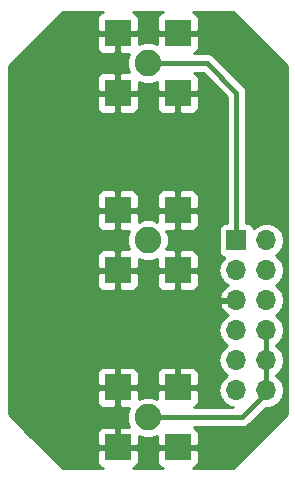
<source format=gbr>
G04 #@! TF.GenerationSoftware,KiCad,Pcbnew,(5.0.0-3-g5ebb6b6)*
G04 #@! TF.CreationDate,2020-07-14T15:02:59-04:00*
G04 #@! TF.ProjectId,Project,50726F6A6563742E6B696361645F7063,rev?*
G04 #@! TF.SameCoordinates,Original*
G04 #@! TF.FileFunction,Copper,L1,Top,Signal*
G04 #@! TF.FilePolarity,Positive*
%FSLAX46Y46*%
G04 Gerber Fmt 4.6, Leading zero omitted, Abs format (unit mm)*
G04 Created by KiCad (PCBNEW (5.0.0-3-g5ebb6b6)) date Tuesday, July 14, 2020 at 03:02:59 PM*
%MOMM*%
%LPD*%
G01*
G04 APERTURE LIST*
G04 #@! TA.AperFunction,ComponentPad*
%ADD10R,1.700000X1.700000*%
G04 #@! TD*
G04 #@! TA.AperFunction,ComponentPad*
%ADD11O,1.700000X1.700000*%
G04 #@! TD*
G04 #@! TA.AperFunction,ComponentPad*
%ADD12C,2.250000*%
G04 #@! TD*
G04 #@! TA.AperFunction,ComponentPad*
%ADD13R,2.250000X2.250000*%
G04 #@! TD*
G04 #@! TA.AperFunction,Conductor*
%ADD14C,0.400000*%
G04 #@! TD*
G04 #@! TA.AperFunction,Conductor*
%ADD15C,0.254000*%
G04 #@! TD*
G04 APERTURE END LIST*
D10*
G04 #@! TO.P,J1,1*
G04 #@! TO.N,DD1*
X100000000Y-100000000D03*
D11*
G04 #@! TO.P,J1,2*
G04 #@! TO.N,SS1*
X102540000Y-100000000D03*
G04 #@! TO.P,J1,3*
G04 #@! TO.N,DD2*
X100000000Y-102540000D03*
G04 #@! TO.P,J1,4*
G04 #@! TO.N,SS2*
X102540000Y-102540000D03*
G04 #@! TO.P,J1,5*
G04 #@! TO.N,GND*
X100000000Y-105080000D03*
G04 #@! TO.P,J1,6*
G04 #@! TO.N,Net-(J1-Pad6)*
X102540000Y-105080000D03*
G04 #@! TO.P,J1,7*
G04 #@! TO.N,BackGate*
X100000000Y-107620000D03*
G04 #@! TO.P,J1,8*
G04 #@! TO.N,Gate*
X102540000Y-107620000D03*
G04 #@! TO.P,J1,9*
G04 #@! TO.N,LocalGate*
X100000000Y-110160000D03*
G04 #@! TO.P,J1,10*
G04 #@! TO.N,Gate*
X102540000Y-110160000D03*
G04 #@! TO.P,J1,11*
G04 #@! TO.N,SolutionGate*
X100000000Y-112700000D03*
G04 #@! TO.P,J1,12*
G04 #@! TO.N,Gate*
X102540000Y-112700000D03*
G04 #@! TD*
D12*
G04 #@! TO.P,SIG1,1*
G04 #@! TO.N,DD1*
X92500000Y-85000000D03*
D13*
G04 #@! TO.P,SIG1,2*
G04 #@! TO.N,GND*
X95040000Y-82460000D03*
X89960000Y-82460000D03*
X89960000Y-87540000D03*
X95040000Y-87540000D03*
G04 #@! TD*
D12*
G04 #@! TO.P,SIG2,1*
G04 #@! TO.N,Gate*
X92500000Y-115000000D03*
D13*
G04 #@! TO.P,SIG2,2*
G04 #@! TO.N,GND*
X95040000Y-112460000D03*
X89960000Y-112460000D03*
X89960000Y-117540000D03*
X95040000Y-117540000D03*
G04 #@! TD*
G04 #@! TO.P,SIG3,2*
G04 #@! TO.N,GND*
X95040000Y-102540000D03*
X89960000Y-102540000D03*
X89960000Y-97460000D03*
X95040000Y-97460000D03*
D12*
G04 #@! TO.P,SIG3,1*
G04 #@! TO.N,SS1*
X92500000Y-100000000D03*
G04 #@! TD*
D14*
G04 #@! TO.N,DD1*
X92500000Y-85000000D02*
X97500000Y-85000000D01*
X100000000Y-87500000D02*
X100000000Y-100000000D01*
X97500000Y-85000000D02*
X100000000Y-87500000D01*
G04 #@! TO.N,Gate*
X100240000Y-115000000D02*
X92500000Y-115000000D01*
X102540000Y-112700000D02*
X102540000Y-110160000D01*
X102540000Y-107620000D02*
X102540000Y-110160000D01*
X100240000Y-115000000D02*
X100500000Y-115000000D01*
X102540000Y-112700000D02*
X102540000Y-112960000D01*
X102540000Y-112960000D02*
X100500000Y-115000000D01*
G04 #@! TD*
D15*
G04 #@! TO.N,GND*
G36*
X88475302Y-80796673D02*
X88296673Y-80975301D01*
X88200000Y-81208690D01*
X88200000Y-82174250D01*
X88358750Y-82333000D01*
X89833000Y-82333000D01*
X89833000Y-82313000D01*
X90087000Y-82313000D01*
X90087000Y-82333000D01*
X91561250Y-82333000D01*
X91720000Y-82174250D01*
X91720000Y-81208690D01*
X91623327Y-80975301D01*
X91444698Y-80796673D01*
X91235451Y-80710000D01*
X93764549Y-80710000D01*
X93555302Y-80796673D01*
X93376673Y-80975301D01*
X93280000Y-81208690D01*
X93280000Y-82174250D01*
X93438750Y-82333000D01*
X94913000Y-82333000D01*
X94913000Y-82313000D01*
X95167000Y-82313000D01*
X95167000Y-82333000D01*
X96641250Y-82333000D01*
X96800000Y-82174250D01*
X96800000Y-81208690D01*
X96703327Y-80975301D01*
X96524698Y-80796673D01*
X96315451Y-80710000D01*
X99705910Y-80710000D01*
X104290001Y-85294093D01*
X104290000Y-97569925D01*
X104290001Y-97569930D01*
X104290000Y-114705908D01*
X99705910Y-119290000D01*
X96315451Y-119290000D01*
X96524698Y-119203327D01*
X96703327Y-119024699D01*
X96800000Y-118791310D01*
X96800000Y-117825750D01*
X96641250Y-117667000D01*
X95167000Y-117667000D01*
X95167000Y-117687000D01*
X94913000Y-117687000D01*
X94913000Y-117667000D01*
X93438750Y-117667000D01*
X93280000Y-117825750D01*
X93280000Y-118791310D01*
X93376673Y-119024699D01*
X93555302Y-119203327D01*
X93764549Y-119290000D01*
X91235451Y-119290000D01*
X91444698Y-119203327D01*
X91623327Y-119024699D01*
X91720000Y-118791310D01*
X91720000Y-117825750D01*
X91561250Y-117667000D01*
X90087000Y-117667000D01*
X90087000Y-117687000D01*
X89833000Y-117687000D01*
X89833000Y-117667000D01*
X88358750Y-117667000D01*
X88200000Y-117825750D01*
X88200000Y-118791310D01*
X88296673Y-119024699D01*
X88475302Y-119203327D01*
X88684549Y-119290000D01*
X85294092Y-119290000D01*
X82292781Y-116288690D01*
X88200000Y-116288690D01*
X88200000Y-117254250D01*
X88358750Y-117413000D01*
X89833000Y-117413000D01*
X89833000Y-115938750D01*
X89674250Y-115780000D01*
X88708691Y-115780000D01*
X88475302Y-115876673D01*
X88296673Y-116055301D01*
X88200000Y-116288690D01*
X82292781Y-116288690D01*
X80710000Y-114705910D01*
X80710000Y-112745750D01*
X88200000Y-112745750D01*
X88200000Y-113711310D01*
X88296673Y-113944699D01*
X88475302Y-114123327D01*
X88708691Y-114220000D01*
X89674250Y-114220000D01*
X89833000Y-114061250D01*
X89833000Y-112587000D01*
X88358750Y-112587000D01*
X88200000Y-112745750D01*
X80710000Y-112745750D01*
X80710000Y-111208690D01*
X88200000Y-111208690D01*
X88200000Y-112174250D01*
X88358750Y-112333000D01*
X89833000Y-112333000D01*
X89833000Y-110858750D01*
X90087000Y-110858750D01*
X90087000Y-112333000D01*
X91561250Y-112333000D01*
X91720000Y-112174250D01*
X91720000Y-111208690D01*
X93280000Y-111208690D01*
X93280000Y-112174250D01*
X93438750Y-112333000D01*
X94913000Y-112333000D01*
X94913000Y-110858750D01*
X95167000Y-110858750D01*
X95167000Y-112333000D01*
X96641250Y-112333000D01*
X96800000Y-112174250D01*
X96800000Y-111208690D01*
X96703327Y-110975301D01*
X96524698Y-110796673D01*
X96291309Y-110700000D01*
X95325750Y-110700000D01*
X95167000Y-110858750D01*
X94913000Y-110858750D01*
X94754250Y-110700000D01*
X93788691Y-110700000D01*
X93555302Y-110796673D01*
X93376673Y-110975301D01*
X93280000Y-111208690D01*
X91720000Y-111208690D01*
X91623327Y-110975301D01*
X91444698Y-110796673D01*
X91211309Y-110700000D01*
X90245750Y-110700000D01*
X90087000Y-110858750D01*
X89833000Y-110858750D01*
X89674250Y-110700000D01*
X88708691Y-110700000D01*
X88475302Y-110796673D01*
X88296673Y-110975301D01*
X88200000Y-111208690D01*
X80710000Y-111208690D01*
X80710000Y-102825750D01*
X88200000Y-102825750D01*
X88200000Y-103791310D01*
X88296673Y-104024699D01*
X88475302Y-104203327D01*
X88708691Y-104300000D01*
X89674250Y-104300000D01*
X89833000Y-104141250D01*
X89833000Y-102667000D01*
X90087000Y-102667000D01*
X90087000Y-104141250D01*
X90245750Y-104300000D01*
X91211309Y-104300000D01*
X91444698Y-104203327D01*
X91623327Y-104024699D01*
X91720000Y-103791310D01*
X91720000Y-102825750D01*
X93280000Y-102825750D01*
X93280000Y-103791310D01*
X93376673Y-104024699D01*
X93555302Y-104203327D01*
X93788691Y-104300000D01*
X94754250Y-104300000D01*
X94913000Y-104141250D01*
X94913000Y-102667000D01*
X95167000Y-102667000D01*
X95167000Y-104141250D01*
X95325750Y-104300000D01*
X96291309Y-104300000D01*
X96524698Y-104203327D01*
X96703327Y-104024699D01*
X96800000Y-103791310D01*
X96800000Y-102825750D01*
X96641250Y-102667000D01*
X95167000Y-102667000D01*
X94913000Y-102667000D01*
X93438750Y-102667000D01*
X93280000Y-102825750D01*
X91720000Y-102825750D01*
X91561250Y-102667000D01*
X90087000Y-102667000D01*
X89833000Y-102667000D01*
X88358750Y-102667000D01*
X88200000Y-102825750D01*
X80710000Y-102825750D01*
X80710000Y-101288690D01*
X88200000Y-101288690D01*
X88200000Y-102254250D01*
X88358750Y-102413000D01*
X89833000Y-102413000D01*
X89833000Y-100938750D01*
X89674250Y-100780000D01*
X88708691Y-100780000D01*
X88475302Y-100876673D01*
X88296673Y-101055301D01*
X88200000Y-101288690D01*
X80710000Y-101288690D01*
X80710000Y-97745750D01*
X88200000Y-97745750D01*
X88200000Y-98711310D01*
X88296673Y-98944699D01*
X88475302Y-99123327D01*
X88708691Y-99220000D01*
X89674250Y-99220000D01*
X89833000Y-99061250D01*
X89833000Y-97587000D01*
X90087000Y-97587000D01*
X90087000Y-99061250D01*
X90245750Y-99220000D01*
X90918076Y-99220000D01*
X90740000Y-99649914D01*
X90740000Y-100350086D01*
X90918076Y-100780000D01*
X90245750Y-100780000D01*
X90087000Y-100938750D01*
X90087000Y-102413000D01*
X91561250Y-102413000D01*
X91720000Y-102254250D01*
X91720000Y-101581924D01*
X92149914Y-101760000D01*
X92850086Y-101760000D01*
X93280000Y-101581924D01*
X93280000Y-102254250D01*
X93438750Y-102413000D01*
X94913000Y-102413000D01*
X94913000Y-100938750D01*
X95167000Y-100938750D01*
X95167000Y-102413000D01*
X96641250Y-102413000D01*
X96800000Y-102254250D01*
X96800000Y-101288690D01*
X96703327Y-101055301D01*
X96524698Y-100876673D01*
X96291309Y-100780000D01*
X95325750Y-100780000D01*
X95167000Y-100938750D01*
X94913000Y-100938750D01*
X94754250Y-100780000D01*
X94081924Y-100780000D01*
X94260000Y-100350086D01*
X94260000Y-99649914D01*
X94081924Y-99220000D01*
X94754250Y-99220000D01*
X94913000Y-99061250D01*
X94913000Y-97587000D01*
X95167000Y-97587000D01*
X95167000Y-99061250D01*
X95325750Y-99220000D01*
X96291309Y-99220000D01*
X96524698Y-99123327D01*
X96703327Y-98944699D01*
X96800000Y-98711310D01*
X96800000Y-97745750D01*
X96641250Y-97587000D01*
X95167000Y-97587000D01*
X94913000Y-97587000D01*
X93438750Y-97587000D01*
X93280000Y-97745750D01*
X93280000Y-98418076D01*
X92850086Y-98240000D01*
X92149914Y-98240000D01*
X91720000Y-98418076D01*
X91720000Y-97745750D01*
X91561250Y-97587000D01*
X90087000Y-97587000D01*
X89833000Y-97587000D01*
X88358750Y-97587000D01*
X88200000Y-97745750D01*
X80710000Y-97745750D01*
X80710000Y-96208690D01*
X88200000Y-96208690D01*
X88200000Y-97174250D01*
X88358750Y-97333000D01*
X89833000Y-97333000D01*
X89833000Y-95858750D01*
X90087000Y-95858750D01*
X90087000Y-97333000D01*
X91561250Y-97333000D01*
X91720000Y-97174250D01*
X91720000Y-96208690D01*
X93280000Y-96208690D01*
X93280000Y-97174250D01*
X93438750Y-97333000D01*
X94913000Y-97333000D01*
X94913000Y-95858750D01*
X95167000Y-95858750D01*
X95167000Y-97333000D01*
X96641250Y-97333000D01*
X96800000Y-97174250D01*
X96800000Y-96208690D01*
X96703327Y-95975301D01*
X96524698Y-95796673D01*
X96291309Y-95700000D01*
X95325750Y-95700000D01*
X95167000Y-95858750D01*
X94913000Y-95858750D01*
X94754250Y-95700000D01*
X93788691Y-95700000D01*
X93555302Y-95796673D01*
X93376673Y-95975301D01*
X93280000Y-96208690D01*
X91720000Y-96208690D01*
X91623327Y-95975301D01*
X91444698Y-95796673D01*
X91211309Y-95700000D01*
X90245750Y-95700000D01*
X90087000Y-95858750D01*
X89833000Y-95858750D01*
X89674250Y-95700000D01*
X88708691Y-95700000D01*
X88475302Y-95796673D01*
X88296673Y-95975301D01*
X88200000Y-96208690D01*
X80710000Y-96208690D01*
X80710000Y-87825750D01*
X88200000Y-87825750D01*
X88200000Y-88791310D01*
X88296673Y-89024699D01*
X88475302Y-89203327D01*
X88708691Y-89300000D01*
X89674250Y-89300000D01*
X89833000Y-89141250D01*
X89833000Y-87667000D01*
X90087000Y-87667000D01*
X90087000Y-89141250D01*
X90245750Y-89300000D01*
X91211309Y-89300000D01*
X91444698Y-89203327D01*
X91623327Y-89024699D01*
X91720000Y-88791310D01*
X91720000Y-87825750D01*
X93280000Y-87825750D01*
X93280000Y-88791310D01*
X93376673Y-89024699D01*
X93555302Y-89203327D01*
X93788691Y-89300000D01*
X94754250Y-89300000D01*
X94913000Y-89141250D01*
X94913000Y-87667000D01*
X95167000Y-87667000D01*
X95167000Y-89141250D01*
X95325750Y-89300000D01*
X96291309Y-89300000D01*
X96524698Y-89203327D01*
X96703327Y-89024699D01*
X96800000Y-88791310D01*
X96800000Y-87825750D01*
X96641250Y-87667000D01*
X95167000Y-87667000D01*
X94913000Y-87667000D01*
X93438750Y-87667000D01*
X93280000Y-87825750D01*
X91720000Y-87825750D01*
X91561250Y-87667000D01*
X90087000Y-87667000D01*
X89833000Y-87667000D01*
X88358750Y-87667000D01*
X88200000Y-87825750D01*
X80710000Y-87825750D01*
X80710000Y-86288690D01*
X88200000Y-86288690D01*
X88200000Y-87254250D01*
X88358750Y-87413000D01*
X89833000Y-87413000D01*
X89833000Y-85938750D01*
X89674250Y-85780000D01*
X88708691Y-85780000D01*
X88475302Y-85876673D01*
X88296673Y-86055301D01*
X88200000Y-86288690D01*
X80710000Y-86288690D01*
X80710000Y-85294090D01*
X83258341Y-82745750D01*
X88200000Y-82745750D01*
X88200000Y-83711310D01*
X88296673Y-83944699D01*
X88475302Y-84123327D01*
X88708691Y-84220000D01*
X89674250Y-84220000D01*
X89833000Y-84061250D01*
X89833000Y-82587000D01*
X90087000Y-82587000D01*
X90087000Y-84061250D01*
X90245750Y-84220000D01*
X90918076Y-84220000D01*
X90740000Y-84649914D01*
X90740000Y-85350086D01*
X90918076Y-85780000D01*
X90245750Y-85780000D01*
X90087000Y-85938750D01*
X90087000Y-87413000D01*
X91561250Y-87413000D01*
X91720000Y-87254250D01*
X91720000Y-86581924D01*
X92149914Y-86760000D01*
X92850086Y-86760000D01*
X93280000Y-86581924D01*
X93280000Y-87254250D01*
X93438750Y-87413000D01*
X94913000Y-87413000D01*
X94913000Y-87393000D01*
X95167000Y-87393000D01*
X95167000Y-87413000D01*
X96641250Y-87413000D01*
X96800000Y-87254250D01*
X96800000Y-86288690D01*
X96703327Y-86055301D01*
X96524698Y-85876673D01*
X96424091Y-85835000D01*
X97154133Y-85835000D01*
X99165000Y-87845868D01*
X99165001Y-98502560D01*
X99150000Y-98502560D01*
X98902235Y-98551843D01*
X98692191Y-98692191D01*
X98551843Y-98902235D01*
X98502560Y-99150000D01*
X98502560Y-100850000D01*
X98551843Y-101097765D01*
X98692191Y-101307809D01*
X98902235Y-101448157D01*
X98947619Y-101457184D01*
X98929375Y-101469375D01*
X98601161Y-101960582D01*
X98485908Y-102540000D01*
X98601161Y-103119418D01*
X98929375Y-103610625D01*
X99248478Y-103823843D01*
X99118642Y-103884817D01*
X98728355Y-104313076D01*
X98558524Y-104723110D01*
X98679845Y-104953000D01*
X99873000Y-104953000D01*
X99873000Y-104933000D01*
X100127000Y-104933000D01*
X100127000Y-104953000D01*
X100147000Y-104953000D01*
X100147000Y-105207000D01*
X100127000Y-105207000D01*
X100127000Y-105227000D01*
X99873000Y-105227000D01*
X99873000Y-105207000D01*
X98679845Y-105207000D01*
X98558524Y-105436890D01*
X98728355Y-105846924D01*
X99118642Y-106275183D01*
X99248478Y-106336157D01*
X98929375Y-106549375D01*
X98601161Y-107040582D01*
X98485908Y-107620000D01*
X98601161Y-108199418D01*
X98929375Y-108690625D01*
X99227761Y-108890000D01*
X98929375Y-109089375D01*
X98601161Y-109580582D01*
X98485908Y-110160000D01*
X98601161Y-110739418D01*
X98929375Y-111230625D01*
X99227761Y-111430000D01*
X98929375Y-111629375D01*
X98601161Y-112120582D01*
X98485908Y-112700000D01*
X98601161Y-113279418D01*
X98929375Y-113770625D01*
X99420582Y-114098839D01*
X99753197Y-114165000D01*
X96424091Y-114165000D01*
X96524698Y-114123327D01*
X96703327Y-113944699D01*
X96800000Y-113711310D01*
X96800000Y-112745750D01*
X96641250Y-112587000D01*
X95167000Y-112587000D01*
X95167000Y-112607000D01*
X94913000Y-112607000D01*
X94913000Y-112587000D01*
X93438750Y-112587000D01*
X93280000Y-112745750D01*
X93280000Y-113418076D01*
X92850086Y-113240000D01*
X92149914Y-113240000D01*
X91720000Y-113418076D01*
X91720000Y-112745750D01*
X91561250Y-112587000D01*
X90087000Y-112587000D01*
X90087000Y-114061250D01*
X90245750Y-114220000D01*
X90918076Y-114220000D01*
X90740000Y-114649914D01*
X90740000Y-115350086D01*
X90918076Y-115780000D01*
X90245750Y-115780000D01*
X90087000Y-115938750D01*
X90087000Y-117413000D01*
X91561250Y-117413000D01*
X91720000Y-117254250D01*
X91720000Y-116581924D01*
X92149914Y-116760000D01*
X92850086Y-116760000D01*
X93280000Y-116581924D01*
X93280000Y-117254250D01*
X93438750Y-117413000D01*
X94913000Y-117413000D01*
X94913000Y-117393000D01*
X95167000Y-117393000D01*
X95167000Y-117413000D01*
X96641250Y-117413000D01*
X96800000Y-117254250D01*
X96800000Y-116288690D01*
X96703327Y-116055301D01*
X96524698Y-115876673D01*
X96424091Y-115835000D01*
X100417767Y-115835000D01*
X100500000Y-115851357D01*
X100582233Y-115835000D01*
X100582237Y-115835000D01*
X100825801Y-115786552D01*
X101102001Y-115602001D01*
X101148587Y-115532280D01*
X102495868Y-114185000D01*
X102686256Y-114185000D01*
X103119418Y-114098839D01*
X103610625Y-113770625D01*
X103938839Y-113279418D01*
X104054092Y-112700000D01*
X103938839Y-112120582D01*
X103610625Y-111629375D01*
X103375000Y-111471935D01*
X103375000Y-111388065D01*
X103610625Y-111230625D01*
X103938839Y-110739418D01*
X104054092Y-110160000D01*
X103938839Y-109580582D01*
X103610625Y-109089375D01*
X103375000Y-108931935D01*
X103375000Y-108848065D01*
X103610625Y-108690625D01*
X103938839Y-108199418D01*
X104054092Y-107620000D01*
X103938839Y-107040582D01*
X103610625Y-106549375D01*
X103312239Y-106350000D01*
X103610625Y-106150625D01*
X103938839Y-105659418D01*
X104054092Y-105080000D01*
X103938839Y-104500582D01*
X103610625Y-104009375D01*
X103312239Y-103810000D01*
X103610625Y-103610625D01*
X103938839Y-103119418D01*
X104054092Y-102540000D01*
X103938839Y-101960582D01*
X103610625Y-101469375D01*
X103312239Y-101270000D01*
X103610625Y-101070625D01*
X103938839Y-100579418D01*
X104054092Y-100000000D01*
X103938839Y-99420582D01*
X103610625Y-98929375D01*
X103119418Y-98601161D01*
X102686256Y-98515000D01*
X102393744Y-98515000D01*
X101960582Y-98601161D01*
X101469375Y-98929375D01*
X101457184Y-98947619D01*
X101448157Y-98902235D01*
X101307809Y-98692191D01*
X101097765Y-98551843D01*
X100850000Y-98502560D01*
X100835000Y-98502560D01*
X100835000Y-87582237D01*
X100851358Y-87500000D01*
X100786552Y-87174199D01*
X100648584Y-86967716D01*
X100602001Y-86897999D01*
X100532283Y-86851415D01*
X98148587Y-84467720D01*
X98102001Y-84397999D01*
X97825801Y-84213448D01*
X97582237Y-84165000D01*
X97582233Y-84165000D01*
X97500000Y-84148643D01*
X97417767Y-84165000D01*
X96424091Y-84165000D01*
X96524698Y-84123327D01*
X96703327Y-83944699D01*
X96800000Y-83711310D01*
X96800000Y-82745750D01*
X96641250Y-82587000D01*
X95167000Y-82587000D01*
X95167000Y-82607000D01*
X94913000Y-82607000D01*
X94913000Y-82587000D01*
X93438750Y-82587000D01*
X93280000Y-82745750D01*
X93280000Y-83418076D01*
X92850086Y-83240000D01*
X92149914Y-83240000D01*
X91720000Y-83418076D01*
X91720000Y-82745750D01*
X91561250Y-82587000D01*
X90087000Y-82587000D01*
X89833000Y-82587000D01*
X88358750Y-82587000D01*
X88200000Y-82745750D01*
X83258341Y-82745750D01*
X85294092Y-80710000D01*
X88684549Y-80710000D01*
X88475302Y-80796673D01*
X88475302Y-80796673D01*
G37*
X88475302Y-80796673D02*
X88296673Y-80975301D01*
X88200000Y-81208690D01*
X88200000Y-82174250D01*
X88358750Y-82333000D01*
X89833000Y-82333000D01*
X89833000Y-82313000D01*
X90087000Y-82313000D01*
X90087000Y-82333000D01*
X91561250Y-82333000D01*
X91720000Y-82174250D01*
X91720000Y-81208690D01*
X91623327Y-80975301D01*
X91444698Y-80796673D01*
X91235451Y-80710000D01*
X93764549Y-80710000D01*
X93555302Y-80796673D01*
X93376673Y-80975301D01*
X93280000Y-81208690D01*
X93280000Y-82174250D01*
X93438750Y-82333000D01*
X94913000Y-82333000D01*
X94913000Y-82313000D01*
X95167000Y-82313000D01*
X95167000Y-82333000D01*
X96641250Y-82333000D01*
X96800000Y-82174250D01*
X96800000Y-81208690D01*
X96703327Y-80975301D01*
X96524698Y-80796673D01*
X96315451Y-80710000D01*
X99705910Y-80710000D01*
X104290001Y-85294093D01*
X104290000Y-97569925D01*
X104290001Y-97569930D01*
X104290000Y-114705908D01*
X99705910Y-119290000D01*
X96315451Y-119290000D01*
X96524698Y-119203327D01*
X96703327Y-119024699D01*
X96800000Y-118791310D01*
X96800000Y-117825750D01*
X96641250Y-117667000D01*
X95167000Y-117667000D01*
X95167000Y-117687000D01*
X94913000Y-117687000D01*
X94913000Y-117667000D01*
X93438750Y-117667000D01*
X93280000Y-117825750D01*
X93280000Y-118791310D01*
X93376673Y-119024699D01*
X93555302Y-119203327D01*
X93764549Y-119290000D01*
X91235451Y-119290000D01*
X91444698Y-119203327D01*
X91623327Y-119024699D01*
X91720000Y-118791310D01*
X91720000Y-117825750D01*
X91561250Y-117667000D01*
X90087000Y-117667000D01*
X90087000Y-117687000D01*
X89833000Y-117687000D01*
X89833000Y-117667000D01*
X88358750Y-117667000D01*
X88200000Y-117825750D01*
X88200000Y-118791310D01*
X88296673Y-119024699D01*
X88475302Y-119203327D01*
X88684549Y-119290000D01*
X85294092Y-119290000D01*
X82292781Y-116288690D01*
X88200000Y-116288690D01*
X88200000Y-117254250D01*
X88358750Y-117413000D01*
X89833000Y-117413000D01*
X89833000Y-115938750D01*
X89674250Y-115780000D01*
X88708691Y-115780000D01*
X88475302Y-115876673D01*
X88296673Y-116055301D01*
X88200000Y-116288690D01*
X82292781Y-116288690D01*
X80710000Y-114705910D01*
X80710000Y-112745750D01*
X88200000Y-112745750D01*
X88200000Y-113711310D01*
X88296673Y-113944699D01*
X88475302Y-114123327D01*
X88708691Y-114220000D01*
X89674250Y-114220000D01*
X89833000Y-114061250D01*
X89833000Y-112587000D01*
X88358750Y-112587000D01*
X88200000Y-112745750D01*
X80710000Y-112745750D01*
X80710000Y-111208690D01*
X88200000Y-111208690D01*
X88200000Y-112174250D01*
X88358750Y-112333000D01*
X89833000Y-112333000D01*
X89833000Y-110858750D01*
X90087000Y-110858750D01*
X90087000Y-112333000D01*
X91561250Y-112333000D01*
X91720000Y-112174250D01*
X91720000Y-111208690D01*
X93280000Y-111208690D01*
X93280000Y-112174250D01*
X93438750Y-112333000D01*
X94913000Y-112333000D01*
X94913000Y-110858750D01*
X95167000Y-110858750D01*
X95167000Y-112333000D01*
X96641250Y-112333000D01*
X96800000Y-112174250D01*
X96800000Y-111208690D01*
X96703327Y-110975301D01*
X96524698Y-110796673D01*
X96291309Y-110700000D01*
X95325750Y-110700000D01*
X95167000Y-110858750D01*
X94913000Y-110858750D01*
X94754250Y-110700000D01*
X93788691Y-110700000D01*
X93555302Y-110796673D01*
X93376673Y-110975301D01*
X93280000Y-111208690D01*
X91720000Y-111208690D01*
X91623327Y-110975301D01*
X91444698Y-110796673D01*
X91211309Y-110700000D01*
X90245750Y-110700000D01*
X90087000Y-110858750D01*
X89833000Y-110858750D01*
X89674250Y-110700000D01*
X88708691Y-110700000D01*
X88475302Y-110796673D01*
X88296673Y-110975301D01*
X88200000Y-111208690D01*
X80710000Y-111208690D01*
X80710000Y-102825750D01*
X88200000Y-102825750D01*
X88200000Y-103791310D01*
X88296673Y-104024699D01*
X88475302Y-104203327D01*
X88708691Y-104300000D01*
X89674250Y-104300000D01*
X89833000Y-104141250D01*
X89833000Y-102667000D01*
X90087000Y-102667000D01*
X90087000Y-104141250D01*
X90245750Y-104300000D01*
X91211309Y-104300000D01*
X91444698Y-104203327D01*
X91623327Y-104024699D01*
X91720000Y-103791310D01*
X91720000Y-102825750D01*
X93280000Y-102825750D01*
X93280000Y-103791310D01*
X93376673Y-104024699D01*
X93555302Y-104203327D01*
X93788691Y-104300000D01*
X94754250Y-104300000D01*
X94913000Y-104141250D01*
X94913000Y-102667000D01*
X95167000Y-102667000D01*
X95167000Y-104141250D01*
X95325750Y-104300000D01*
X96291309Y-104300000D01*
X96524698Y-104203327D01*
X96703327Y-104024699D01*
X96800000Y-103791310D01*
X96800000Y-102825750D01*
X96641250Y-102667000D01*
X95167000Y-102667000D01*
X94913000Y-102667000D01*
X93438750Y-102667000D01*
X93280000Y-102825750D01*
X91720000Y-102825750D01*
X91561250Y-102667000D01*
X90087000Y-102667000D01*
X89833000Y-102667000D01*
X88358750Y-102667000D01*
X88200000Y-102825750D01*
X80710000Y-102825750D01*
X80710000Y-101288690D01*
X88200000Y-101288690D01*
X88200000Y-102254250D01*
X88358750Y-102413000D01*
X89833000Y-102413000D01*
X89833000Y-100938750D01*
X89674250Y-100780000D01*
X88708691Y-100780000D01*
X88475302Y-100876673D01*
X88296673Y-101055301D01*
X88200000Y-101288690D01*
X80710000Y-101288690D01*
X80710000Y-97745750D01*
X88200000Y-97745750D01*
X88200000Y-98711310D01*
X88296673Y-98944699D01*
X88475302Y-99123327D01*
X88708691Y-99220000D01*
X89674250Y-99220000D01*
X89833000Y-99061250D01*
X89833000Y-97587000D01*
X90087000Y-97587000D01*
X90087000Y-99061250D01*
X90245750Y-99220000D01*
X90918076Y-99220000D01*
X90740000Y-99649914D01*
X90740000Y-100350086D01*
X90918076Y-100780000D01*
X90245750Y-100780000D01*
X90087000Y-100938750D01*
X90087000Y-102413000D01*
X91561250Y-102413000D01*
X91720000Y-102254250D01*
X91720000Y-101581924D01*
X92149914Y-101760000D01*
X92850086Y-101760000D01*
X93280000Y-101581924D01*
X93280000Y-102254250D01*
X93438750Y-102413000D01*
X94913000Y-102413000D01*
X94913000Y-100938750D01*
X95167000Y-100938750D01*
X95167000Y-102413000D01*
X96641250Y-102413000D01*
X96800000Y-102254250D01*
X96800000Y-101288690D01*
X96703327Y-101055301D01*
X96524698Y-100876673D01*
X96291309Y-100780000D01*
X95325750Y-100780000D01*
X95167000Y-100938750D01*
X94913000Y-100938750D01*
X94754250Y-100780000D01*
X94081924Y-100780000D01*
X94260000Y-100350086D01*
X94260000Y-99649914D01*
X94081924Y-99220000D01*
X94754250Y-99220000D01*
X94913000Y-99061250D01*
X94913000Y-97587000D01*
X95167000Y-97587000D01*
X95167000Y-99061250D01*
X95325750Y-99220000D01*
X96291309Y-99220000D01*
X96524698Y-99123327D01*
X96703327Y-98944699D01*
X96800000Y-98711310D01*
X96800000Y-97745750D01*
X96641250Y-97587000D01*
X95167000Y-97587000D01*
X94913000Y-97587000D01*
X93438750Y-97587000D01*
X93280000Y-97745750D01*
X93280000Y-98418076D01*
X92850086Y-98240000D01*
X92149914Y-98240000D01*
X91720000Y-98418076D01*
X91720000Y-97745750D01*
X91561250Y-97587000D01*
X90087000Y-97587000D01*
X89833000Y-97587000D01*
X88358750Y-97587000D01*
X88200000Y-97745750D01*
X80710000Y-97745750D01*
X80710000Y-96208690D01*
X88200000Y-96208690D01*
X88200000Y-97174250D01*
X88358750Y-97333000D01*
X89833000Y-97333000D01*
X89833000Y-95858750D01*
X90087000Y-95858750D01*
X90087000Y-97333000D01*
X91561250Y-97333000D01*
X91720000Y-97174250D01*
X91720000Y-96208690D01*
X93280000Y-96208690D01*
X93280000Y-97174250D01*
X93438750Y-97333000D01*
X94913000Y-97333000D01*
X94913000Y-95858750D01*
X95167000Y-95858750D01*
X95167000Y-97333000D01*
X96641250Y-97333000D01*
X96800000Y-97174250D01*
X96800000Y-96208690D01*
X96703327Y-95975301D01*
X96524698Y-95796673D01*
X96291309Y-95700000D01*
X95325750Y-95700000D01*
X95167000Y-95858750D01*
X94913000Y-95858750D01*
X94754250Y-95700000D01*
X93788691Y-95700000D01*
X93555302Y-95796673D01*
X93376673Y-95975301D01*
X93280000Y-96208690D01*
X91720000Y-96208690D01*
X91623327Y-95975301D01*
X91444698Y-95796673D01*
X91211309Y-95700000D01*
X90245750Y-95700000D01*
X90087000Y-95858750D01*
X89833000Y-95858750D01*
X89674250Y-95700000D01*
X88708691Y-95700000D01*
X88475302Y-95796673D01*
X88296673Y-95975301D01*
X88200000Y-96208690D01*
X80710000Y-96208690D01*
X80710000Y-87825750D01*
X88200000Y-87825750D01*
X88200000Y-88791310D01*
X88296673Y-89024699D01*
X88475302Y-89203327D01*
X88708691Y-89300000D01*
X89674250Y-89300000D01*
X89833000Y-89141250D01*
X89833000Y-87667000D01*
X90087000Y-87667000D01*
X90087000Y-89141250D01*
X90245750Y-89300000D01*
X91211309Y-89300000D01*
X91444698Y-89203327D01*
X91623327Y-89024699D01*
X91720000Y-88791310D01*
X91720000Y-87825750D01*
X93280000Y-87825750D01*
X93280000Y-88791310D01*
X93376673Y-89024699D01*
X93555302Y-89203327D01*
X93788691Y-89300000D01*
X94754250Y-89300000D01*
X94913000Y-89141250D01*
X94913000Y-87667000D01*
X95167000Y-87667000D01*
X95167000Y-89141250D01*
X95325750Y-89300000D01*
X96291309Y-89300000D01*
X96524698Y-89203327D01*
X96703327Y-89024699D01*
X96800000Y-88791310D01*
X96800000Y-87825750D01*
X96641250Y-87667000D01*
X95167000Y-87667000D01*
X94913000Y-87667000D01*
X93438750Y-87667000D01*
X93280000Y-87825750D01*
X91720000Y-87825750D01*
X91561250Y-87667000D01*
X90087000Y-87667000D01*
X89833000Y-87667000D01*
X88358750Y-87667000D01*
X88200000Y-87825750D01*
X80710000Y-87825750D01*
X80710000Y-86288690D01*
X88200000Y-86288690D01*
X88200000Y-87254250D01*
X88358750Y-87413000D01*
X89833000Y-87413000D01*
X89833000Y-85938750D01*
X89674250Y-85780000D01*
X88708691Y-85780000D01*
X88475302Y-85876673D01*
X88296673Y-86055301D01*
X88200000Y-86288690D01*
X80710000Y-86288690D01*
X80710000Y-85294090D01*
X83258341Y-82745750D01*
X88200000Y-82745750D01*
X88200000Y-83711310D01*
X88296673Y-83944699D01*
X88475302Y-84123327D01*
X88708691Y-84220000D01*
X89674250Y-84220000D01*
X89833000Y-84061250D01*
X89833000Y-82587000D01*
X90087000Y-82587000D01*
X90087000Y-84061250D01*
X90245750Y-84220000D01*
X90918076Y-84220000D01*
X90740000Y-84649914D01*
X90740000Y-85350086D01*
X90918076Y-85780000D01*
X90245750Y-85780000D01*
X90087000Y-85938750D01*
X90087000Y-87413000D01*
X91561250Y-87413000D01*
X91720000Y-87254250D01*
X91720000Y-86581924D01*
X92149914Y-86760000D01*
X92850086Y-86760000D01*
X93280000Y-86581924D01*
X93280000Y-87254250D01*
X93438750Y-87413000D01*
X94913000Y-87413000D01*
X94913000Y-87393000D01*
X95167000Y-87393000D01*
X95167000Y-87413000D01*
X96641250Y-87413000D01*
X96800000Y-87254250D01*
X96800000Y-86288690D01*
X96703327Y-86055301D01*
X96524698Y-85876673D01*
X96424091Y-85835000D01*
X97154133Y-85835000D01*
X99165000Y-87845868D01*
X99165001Y-98502560D01*
X99150000Y-98502560D01*
X98902235Y-98551843D01*
X98692191Y-98692191D01*
X98551843Y-98902235D01*
X98502560Y-99150000D01*
X98502560Y-100850000D01*
X98551843Y-101097765D01*
X98692191Y-101307809D01*
X98902235Y-101448157D01*
X98947619Y-101457184D01*
X98929375Y-101469375D01*
X98601161Y-101960582D01*
X98485908Y-102540000D01*
X98601161Y-103119418D01*
X98929375Y-103610625D01*
X99248478Y-103823843D01*
X99118642Y-103884817D01*
X98728355Y-104313076D01*
X98558524Y-104723110D01*
X98679845Y-104953000D01*
X99873000Y-104953000D01*
X99873000Y-104933000D01*
X100127000Y-104933000D01*
X100127000Y-104953000D01*
X100147000Y-104953000D01*
X100147000Y-105207000D01*
X100127000Y-105207000D01*
X100127000Y-105227000D01*
X99873000Y-105227000D01*
X99873000Y-105207000D01*
X98679845Y-105207000D01*
X98558524Y-105436890D01*
X98728355Y-105846924D01*
X99118642Y-106275183D01*
X99248478Y-106336157D01*
X98929375Y-106549375D01*
X98601161Y-107040582D01*
X98485908Y-107620000D01*
X98601161Y-108199418D01*
X98929375Y-108690625D01*
X99227761Y-108890000D01*
X98929375Y-109089375D01*
X98601161Y-109580582D01*
X98485908Y-110160000D01*
X98601161Y-110739418D01*
X98929375Y-111230625D01*
X99227761Y-111430000D01*
X98929375Y-111629375D01*
X98601161Y-112120582D01*
X98485908Y-112700000D01*
X98601161Y-113279418D01*
X98929375Y-113770625D01*
X99420582Y-114098839D01*
X99753197Y-114165000D01*
X96424091Y-114165000D01*
X96524698Y-114123327D01*
X96703327Y-113944699D01*
X96800000Y-113711310D01*
X96800000Y-112745750D01*
X96641250Y-112587000D01*
X95167000Y-112587000D01*
X95167000Y-112607000D01*
X94913000Y-112607000D01*
X94913000Y-112587000D01*
X93438750Y-112587000D01*
X93280000Y-112745750D01*
X93280000Y-113418076D01*
X92850086Y-113240000D01*
X92149914Y-113240000D01*
X91720000Y-113418076D01*
X91720000Y-112745750D01*
X91561250Y-112587000D01*
X90087000Y-112587000D01*
X90087000Y-114061250D01*
X90245750Y-114220000D01*
X90918076Y-114220000D01*
X90740000Y-114649914D01*
X90740000Y-115350086D01*
X90918076Y-115780000D01*
X90245750Y-115780000D01*
X90087000Y-115938750D01*
X90087000Y-117413000D01*
X91561250Y-117413000D01*
X91720000Y-117254250D01*
X91720000Y-116581924D01*
X92149914Y-116760000D01*
X92850086Y-116760000D01*
X93280000Y-116581924D01*
X93280000Y-117254250D01*
X93438750Y-117413000D01*
X94913000Y-117413000D01*
X94913000Y-117393000D01*
X95167000Y-117393000D01*
X95167000Y-117413000D01*
X96641250Y-117413000D01*
X96800000Y-117254250D01*
X96800000Y-116288690D01*
X96703327Y-116055301D01*
X96524698Y-115876673D01*
X96424091Y-115835000D01*
X100417767Y-115835000D01*
X100500000Y-115851357D01*
X100582233Y-115835000D01*
X100582237Y-115835000D01*
X100825801Y-115786552D01*
X101102001Y-115602001D01*
X101148587Y-115532280D01*
X102495868Y-114185000D01*
X102686256Y-114185000D01*
X103119418Y-114098839D01*
X103610625Y-113770625D01*
X103938839Y-113279418D01*
X104054092Y-112700000D01*
X103938839Y-112120582D01*
X103610625Y-111629375D01*
X103375000Y-111471935D01*
X103375000Y-111388065D01*
X103610625Y-111230625D01*
X103938839Y-110739418D01*
X104054092Y-110160000D01*
X103938839Y-109580582D01*
X103610625Y-109089375D01*
X103375000Y-108931935D01*
X103375000Y-108848065D01*
X103610625Y-108690625D01*
X103938839Y-108199418D01*
X104054092Y-107620000D01*
X103938839Y-107040582D01*
X103610625Y-106549375D01*
X103312239Y-106350000D01*
X103610625Y-106150625D01*
X103938839Y-105659418D01*
X104054092Y-105080000D01*
X103938839Y-104500582D01*
X103610625Y-104009375D01*
X103312239Y-103810000D01*
X103610625Y-103610625D01*
X103938839Y-103119418D01*
X104054092Y-102540000D01*
X103938839Y-101960582D01*
X103610625Y-101469375D01*
X103312239Y-101270000D01*
X103610625Y-101070625D01*
X103938839Y-100579418D01*
X104054092Y-100000000D01*
X103938839Y-99420582D01*
X103610625Y-98929375D01*
X103119418Y-98601161D01*
X102686256Y-98515000D01*
X102393744Y-98515000D01*
X101960582Y-98601161D01*
X101469375Y-98929375D01*
X101457184Y-98947619D01*
X101448157Y-98902235D01*
X101307809Y-98692191D01*
X101097765Y-98551843D01*
X100850000Y-98502560D01*
X100835000Y-98502560D01*
X100835000Y-87582237D01*
X100851358Y-87500000D01*
X100786552Y-87174199D01*
X100648584Y-86967716D01*
X100602001Y-86897999D01*
X100532283Y-86851415D01*
X98148587Y-84467720D01*
X98102001Y-84397999D01*
X97825801Y-84213448D01*
X97582237Y-84165000D01*
X97582233Y-84165000D01*
X97500000Y-84148643D01*
X97417767Y-84165000D01*
X96424091Y-84165000D01*
X96524698Y-84123327D01*
X96703327Y-83944699D01*
X96800000Y-83711310D01*
X96800000Y-82745750D01*
X96641250Y-82587000D01*
X95167000Y-82587000D01*
X95167000Y-82607000D01*
X94913000Y-82607000D01*
X94913000Y-82587000D01*
X93438750Y-82587000D01*
X93280000Y-82745750D01*
X93280000Y-83418076D01*
X92850086Y-83240000D01*
X92149914Y-83240000D01*
X91720000Y-83418076D01*
X91720000Y-82745750D01*
X91561250Y-82587000D01*
X90087000Y-82587000D01*
X89833000Y-82587000D01*
X88358750Y-82587000D01*
X88200000Y-82745750D01*
X83258341Y-82745750D01*
X85294092Y-80710000D01*
X88684549Y-80710000D01*
X88475302Y-80796673D01*
G04 #@! TD*
M02*

</source>
